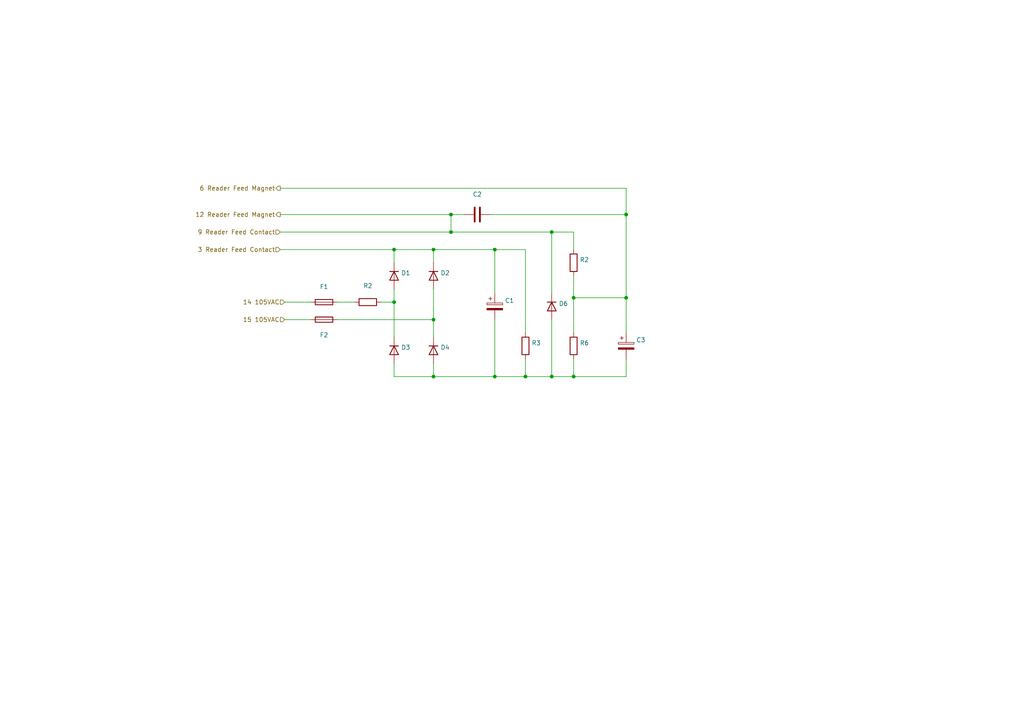
<source format=kicad_sch>
(kicad_sch (version 20211123) (generator eeschema)
  (paper "A4")
  (lib_symbols
    (symbol "Device:C" (pin_numbers hide) (pin_names (offset 0.254))
      (property "Reference" "C" (at 0.635 2.54 0))
      (property "Value" "C" (at 0.635 -2.54 0))
      (symbol "C_0_1"
        (polyline (pts (xy -2.032 -0.762) (xy 2.032 -0.762)) (stroke (width 0.508)))
        (polyline (pts (xy -2.032 0.762) (xy 2.032 0.762)) (stroke (width 0.508)))
      )
      (symbol "C_1_1"
        (pin passive line (at 0 3.81 270) (length 2.794) (name "~") (number "1"))
        (pin passive line (at 0 -3.81 90) (length 2.794) (name "~") (number "2"))
      )
    )
    (symbol "Device:C_Polarized" (pin_numbers hide) (pin_names (offset 0.254))
      (property "Reference" "C" (at 0.635 2.54 0))
      (property "Value" "C_Polarized" (at 0.635 -2.54 0))
      (symbol "C_Polarized_0_1"
        (rectangle (start -2.286 0.508) (end 2.286 1.016))
        (polyline (pts (xy -1.778 2.286) (xy -0.762 2.286)))
        (polyline (pts (xy -1.27 2.794) (xy -1.27 1.778)))
        (rectangle (start 2.286 -0.508) (end -2.286 -1.016) (fill (type outline)))
      )
      (symbol "C_Polarized_1_1"
        (pin passive line (at 0 3.81 270) (length 2.794) (name "~") (number "1"))
        (pin passive line (at 0 -3.81 90) (length 2.794) (name "~") (number "2"))
      )
    )
    (symbol "Device:Fuse" (pin_numbers hide) (pin_names (offset 0))
      (property "Reference" "F" (at 2.032 0 90))
      (property "Value" "Fuse" (at -1.905 0 90))
      (symbol "Fuse_0_1"
        (rectangle (start -0.762 -2.54) (end 0.762 2.54) (stroke (width 0.254)))
        (polyline (pts (xy 0 2.54) (xy 0 -2.54)))
      )
      (symbol "Fuse_1_1"
        (pin passive line (at 0 3.81 270) (length 1.27) (name "~") (number "1"))
        (pin passive line (at 0 -3.81 90) (length 1.27) (name "~") (number "2"))
      )
    )
    (symbol "Device:R" (pin_numbers hide) (pin_names (offset 0))
      (property "Reference" "R" (at 2.032 0 90))
      (property "Value" "R" (at 0 0 90))
      (symbol "R_0_1"
        (rectangle (start -1.016 -2.54) (end 1.016 2.54) (stroke (width 0.254)))
      )
      (symbol "R_1_1"
        (pin passive line (at 0 3.81 270) (length 1.27) (name "~") (number "1"))
        (pin passive line (at 0 -3.81 90) (length 1.27) (name "~") (number "2"))
      )
    )
    (symbol "Diode:1N4001" (pin_numbers hide) (pin_names (offset 1.016) hide)
      (property "Reference" "D" (at 0 2.54 0))
      (property "Value" "1N4001" (at 0 -2.54 0))
      (symbol "1N4001_0_1"
        (polyline (pts (xy -1.27 1.27) (xy -1.27 -1.27)) (stroke (width 0.254)))
        (polyline (pts (xy 1.27 0) (xy -1.27 0)))
        (polyline (pts (xy 1.27 1.27) (xy 1.27 -1.27) (xy -1.27 0) (xy 1.27 1.27)) (stroke (width 0.254)))
      )
      (symbol "1N4001_1_1"
        (pin passive line (at -3.81 0 0) (length 2.54) (name "K") (number "1"))
        (pin passive line (at 3.81 0 180) (length 2.54) (name "A") (number "2"))
      )
    )
  )
  (junction (at 125.73 92.71))
  (junction (at 181.61 62.23))
  (junction (at 143.51 72.39))
  (junction (at 166.37 86.36))
  (junction (at 125.73 72.39))
  (junction (at 114.3 87.63))
  (junction (at 160.02 109.22))
  (junction (at 152.4 109.22))
  (junction (at 160.02 67.31))
  (junction (at 130.81 62.23))
  (junction (at 166.37 109.22))
  (junction (at 143.51 109.22))
  (junction (at 114.3 72.39))
  (junction (at 130.81 67.31))
  (junction (at 181.61 86.36))
  (junction (at 125.73 109.22))
  (wire (pts (xy 125.73 83.82) (xy 125.73 92.71)))
  (wire (pts (xy 125.73 72.39) (xy 125.73 76.2)))
  (wire (pts (xy 114.3 109.22) (xy 125.73 109.22)))
  (wire (pts (xy 125.73 105.41) (xy 125.73 109.22)))
  (wire (pts (xy 125.73 109.22) (xy 143.51 109.22)))
  (wire (pts (xy 166.37 67.31) (xy 160.02 67.31)))
  (wire (pts (xy 160.02 109.22) (xy 166.37 109.22)))
  (wire (pts (xy 152.4 104.14) (xy 152.4 109.22)))
  (wire (pts (xy 166.37 104.14) (xy 166.37 109.22)))
  (wire (pts (xy 166.37 86.36) (xy 166.37 96.52)))
  (wire (pts (xy 160.02 92.71) (xy 160.02 109.22)))
  (wire (pts (xy 166.37 72.39) (xy 166.37 67.31)))
  (wire (pts (xy 114.3 87.63) (xy 114.3 97.79)))
  (wire (pts (xy 97.79 92.71) (xy 125.73 92.71)))
  (wire (pts (xy 134.62 62.23) (xy 130.81 62.23)))
  (wire (pts (xy 130.81 67.31) (xy 160.02 67.31)))
  (wire (pts (xy 181.61 62.23) (xy 142.24 62.23)))
  (wire (pts (xy 82.55 87.63) (xy 90.17 87.63)))
  (wire (pts (xy 82.55 92.71) (xy 90.17 92.71)))
  (wire (pts (xy 143.51 72.39) (xy 125.73 72.39)))
  (wire (pts (xy 125.73 92.71) (xy 125.73 97.79)))
  (wire (pts (xy 166.37 109.22) (xy 181.61 109.22)))
  (wire (pts (xy 125.73 72.39) (xy 114.3 72.39)))
  (wire (pts (xy 114.3 105.41) (xy 114.3 109.22)))
  (wire (pts (xy 114.3 83.82) (xy 114.3 87.63)))
  (wire (pts (xy 181.61 96.52) (xy 181.61 86.36)))
  (wire (pts (xy 143.51 109.22) (xy 152.4 109.22)))
  (wire (pts (xy 110.49 87.63) (xy 114.3 87.63)))
  (wire (pts (xy 166.37 80.01) (xy 166.37 86.36)))
  (wire (pts (xy 152.4 96.52) (xy 152.4 72.39)))
  (wire (pts (xy 143.51 92.71) (xy 143.51 109.22)))
  (wire (pts (xy 181.61 54.61) (xy 181.61 62.23)))
  (wire (pts (xy 97.79 87.63) (xy 102.87 87.63)))
  (wire (pts (xy 143.51 85.09) (xy 143.51 72.39)))
  (wire (pts (xy 181.61 86.36) (xy 181.61 62.23)))
  (wire (pts (xy 152.4 72.39) (xy 143.51 72.39)))
  (wire (pts (xy 81.28 54.61) (xy 181.61 54.61)))
  (wire (pts (xy 130.81 62.23) (xy 130.81 67.31)))
  (wire (pts (xy 152.4 109.22) (xy 160.02 109.22)))
  (wire (pts (xy 81.28 67.31) (xy 130.81 67.31)))
  (wire (pts (xy 114.3 72.39) (xy 114.3 76.2)))
  (wire (pts (xy 181.61 109.22) (xy 181.61 104.14)))
  (wire (pts (xy 160.02 67.31) (xy 160.02 85.09)))
  (wire (pts (xy 81.28 72.39) (xy 114.3 72.39)))
  (wire (pts (xy 166.37 86.36) (xy 181.61 86.36)))
  (wire (pts (xy 81.28 62.23) (xy 130.81 62.23)))
  (hierarchical_label "9 Reader Feed Contact" (shape input) (at 81.28 67.31 180))
  (hierarchical_label "14 105VAC" (shape input) (at 82.55 87.63 180))
  (hierarchical_label "3 Reader Feed Contact" (shape input) (at 81.28 72.39 180))
  (hierarchical_label "12 Reader Feed Magnet" (shape output) (at 81.28 62.23 180))
  (hierarchical_label "6 Reader Feed Magnet" (shape output) (at 81.28 54.61 180))
  (hierarchical_label "15 105VAC" (shape input) (at 82.55 92.71 180))
  (symbol (lib_id "Device:C") (at 138.43 62.23 90) (unit 1)
    (property "Reference" "C2" (at 138.43 56.3712 90))
  )
  (symbol (lib_id "Device:R") (at 106.68 87.63 90) (unit 1)
    (property "Reference" "R2" (at 106.68 82.9142 90))
  )
  (symbol (lib_id "Device:R") (at 152.4 100.33 0) (unit 1)
    (property "Reference" "R3" (at 154.178 99.4953 0) (effects (justify left)))
  )
  (symbol (lib_id "Device:C_Polarized") (at 143.51 88.9 0) (unit 1)
    (property "Reference" "C1" (at 146.431 87.1763 0) (effects (justify left)))
  )
  (symbol (lib_id "Device:R") (at 166.37 100.33 180) (unit 1)
    (property "Reference" "R6" (at 168.148 99.4953 0) (effects (justify right)))
  )
  (symbol (lib_id "Diode:1N4001") (at 125.73 101.6 270) (unit 1)
    (property "Reference" "D4" (at 127.762 100.7653 90) (effects (justify left)))
  )
  (symbol (lib_id "Device:C_Polarized") (at 181.61 100.33 0) (unit 1)
    (property "Reference" "C3" (at 184.531 98.6063 0) (effects (justify left)))
  )
  (symbol (lib_id "Diode:1N4001") (at 125.73 80.01 270) (unit 1)
    (property "Reference" "D2" (at 127.762 79.1753 90) (effects (justify left)))
  )
  (symbol (lib_id "Device:Fuse") (at 93.98 87.63 90) (unit 1)
    (property "Reference" "F1" (at 93.98 83.1682 90))
  )
  (symbol (lib_id "Diode:1N4001") (at 114.3 80.01 270) (unit 1)
    (property "Reference" "D1" (at 116.332 79.1753 90) (effects (justify left)))
  )
  (symbol (lib_id "Device:Fuse") (at 93.98 92.71 270) (unit 1)
    (property "Reference" "F2" (at 93.98 97.1718 90))
  )
  (symbol (lib_id "Diode:1N4001") (at 160.02 88.9 270) (unit 1)
    (property "Reference" "D6" (at 162.052 88.0653 90) (effects (justify left)))
  )
  (symbol (lib_id "Device:R") (at 166.37 76.2 0) (unit 1)
    (property "Reference" "R2" (at 168.148 75.3653 0) (effects (justify left)))
  )
  (symbol (lib_id "Diode:1N4001") (at 114.3 101.6 270) (unit 1)
    (property "Reference" "D3" (at 116.332 100.7653 90) (effects (justify left)))
  )
)
</source>
